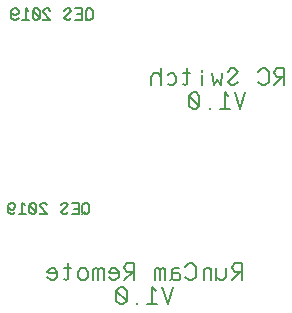
<source format=gbo>
G04 Generated by Ultiboard 14.1 *
%FSLAX24Y24*%
%MOIN*%

%ADD10C,0.0001*%
%ADD11C,0.0080*%


G04 ColorRGB FF14FF for the following layer *
%LNSilkscreen Bottom*%
%LPD*%
G54D10*
G54D11*
X9547Y16871D02*
X9547Y17443D01*
X9320Y17443D01*
X9206Y17329D01*
X9206Y17271D01*
X9320Y17157D01*
X9547Y17157D01*
X9490Y17157D02*
X9206Y16871D01*
X8694Y16986D02*
X8808Y16871D01*
X8921Y16871D01*
X9035Y16986D01*
X9035Y17329D01*
X8921Y17443D01*
X8808Y17443D01*
X8694Y17329D01*
X8011Y16986D02*
X7897Y16871D01*
X7784Y16871D01*
X7670Y16986D01*
X8011Y17329D01*
X7897Y17443D01*
X7784Y17443D01*
X7670Y17329D01*
X7499Y17271D02*
X7442Y16871D01*
X7328Y17043D01*
X7215Y16871D01*
X7158Y17271D01*
X6816Y16871D02*
X6816Y17214D01*
X6816Y17329D02*
X6816Y17386D01*
X6191Y16929D02*
X6248Y16871D01*
X6304Y16929D01*
X6304Y17443D01*
X6418Y17271D02*
X6191Y17271D01*
X5679Y16929D02*
X5736Y16871D01*
X5849Y16871D01*
X5963Y16986D01*
X5963Y17157D01*
X5849Y17271D01*
X5736Y17271D01*
X5679Y17214D01*
X5451Y17157D02*
X5337Y17271D01*
X5224Y17271D01*
X5110Y17157D01*
X5110Y16871D01*
X5451Y17443D02*
X5451Y16871D01*
X8267Y16643D02*
X8096Y16071D01*
X7926Y16643D01*
X7698Y16529D02*
X7584Y16643D01*
X7584Y16071D01*
X7755Y16071D02*
X7414Y16071D01*
X7072Y16071D02*
X7072Y16129D01*
X6731Y16529D02*
X6617Y16643D01*
X6504Y16643D01*
X6390Y16529D01*
X6390Y16186D01*
X6504Y16071D01*
X6617Y16071D01*
X6731Y16186D01*
X6731Y16529D01*
X6390Y16529D02*
X6731Y16186D01*
X3172Y19121D02*
X3093Y19043D01*
X3015Y19043D01*
X2937Y19121D01*
X2937Y19357D01*
X3015Y19436D01*
X3093Y19436D01*
X3172Y19357D01*
X3172Y19121D01*
X3015Y19121D02*
X2937Y19043D01*
X2584Y19043D02*
X2819Y19043D01*
X2819Y19239D01*
X2819Y19436D01*
X2584Y19436D01*
X2819Y19239D02*
X2662Y19239D01*
X2466Y19121D02*
X2388Y19043D01*
X2310Y19043D01*
X2231Y19121D01*
X2466Y19357D01*
X2388Y19436D01*
X2310Y19436D01*
X2231Y19357D01*
X1761Y19357D02*
X1682Y19436D01*
X1604Y19436D01*
X1526Y19357D01*
X1526Y19318D01*
X1761Y19043D01*
X1526Y19043D01*
X1526Y19082D01*
X1408Y19357D02*
X1330Y19436D01*
X1251Y19436D01*
X1173Y19357D01*
X1173Y19121D01*
X1251Y19043D01*
X1330Y19043D01*
X1408Y19121D01*
X1408Y19357D01*
X1173Y19357D02*
X1408Y19121D01*
X1016Y19357D02*
X938Y19436D01*
X938Y19043D01*
X1055Y19043D02*
X820Y19043D01*
X703Y19121D02*
X624Y19043D01*
X546Y19043D01*
X467Y19121D01*
X467Y19279D01*
X467Y19357D01*
X546Y19436D01*
X624Y19436D01*
X703Y19357D01*
X703Y19279D01*
X624Y19200D01*
X546Y19200D01*
X467Y19279D01*
X8143Y10371D02*
X8143Y10943D01*
X7916Y10943D01*
X7802Y10829D01*
X7802Y10771D01*
X7916Y10657D01*
X8143Y10657D01*
X8086Y10657D02*
X7802Y10371D01*
X7631Y10771D02*
X7631Y10486D01*
X7517Y10371D01*
X7404Y10371D01*
X7290Y10486D01*
X7290Y10771D01*
X7290Y10486D02*
X7290Y10371D01*
X7119Y10371D02*
X7119Y10714D01*
X7119Y10771D01*
X7119Y10714D02*
X7062Y10771D01*
X6948Y10771D01*
X6892Y10714D01*
X6892Y10371D01*
X6266Y10486D02*
X6380Y10371D01*
X6493Y10371D01*
X6607Y10486D01*
X6607Y10829D01*
X6493Y10943D01*
X6380Y10943D01*
X6266Y10829D01*
X6038Y10771D02*
X5868Y10771D01*
X5811Y10714D01*
X5811Y10429D01*
X5868Y10371D01*
X6038Y10371D01*
X6095Y10429D01*
X6095Y10543D01*
X6038Y10600D01*
X5811Y10600D01*
X5811Y10429D02*
X5754Y10371D01*
X5583Y10371D02*
X5583Y10714D01*
X5583Y10771D01*
X5583Y10714D02*
X5526Y10771D01*
X5469Y10771D01*
X5412Y10714D01*
X5356Y10771D01*
X5299Y10771D01*
X5242Y10714D01*
X5242Y10371D01*
X5412Y10714D02*
X5412Y10371D01*
X4559Y10371D02*
X4559Y10943D01*
X4332Y10943D01*
X4218Y10829D01*
X4218Y10771D01*
X4332Y10657D01*
X4559Y10657D01*
X4502Y10657D02*
X4218Y10371D01*
X3706Y10486D02*
X3820Y10371D01*
X3933Y10371D01*
X4047Y10486D01*
X4047Y10657D01*
X3933Y10771D01*
X3820Y10771D01*
X3706Y10657D01*
X3763Y10600D01*
X4047Y10600D01*
X3535Y10371D02*
X3535Y10714D01*
X3535Y10771D01*
X3535Y10714D02*
X3478Y10771D01*
X3421Y10771D01*
X3364Y10714D01*
X3308Y10771D01*
X3251Y10771D01*
X3194Y10714D01*
X3194Y10371D01*
X3364Y10714D02*
X3364Y10371D01*
X3023Y10486D02*
X2909Y10371D01*
X2796Y10371D01*
X2682Y10486D01*
X2682Y10657D01*
X2796Y10771D01*
X2909Y10771D01*
X3023Y10657D01*
X3023Y10486D01*
X2227Y10429D02*
X2284Y10371D01*
X2340Y10429D01*
X2340Y10943D01*
X2454Y10771D02*
X2227Y10771D01*
X1658Y10486D02*
X1772Y10371D01*
X1885Y10371D01*
X1999Y10486D01*
X1999Y10657D01*
X1885Y10771D01*
X1772Y10771D01*
X1658Y10657D01*
X1715Y10600D01*
X1999Y10600D01*
X5839Y10143D02*
X5668Y9571D01*
X5498Y10143D01*
X5270Y10029D02*
X5156Y10143D01*
X5156Y9571D01*
X5327Y9571D02*
X4986Y9571D01*
X4644Y9571D02*
X4644Y9629D01*
X4303Y10029D02*
X4189Y10143D01*
X4076Y10143D01*
X3962Y10029D01*
X3962Y9686D01*
X4076Y9571D01*
X4189Y9571D01*
X4303Y9686D01*
X4303Y10029D01*
X3962Y10029D02*
X4303Y9686D01*
X3061Y12646D02*
X2982Y12567D01*
X2904Y12567D01*
X2826Y12646D01*
X2826Y12882D01*
X2904Y12961D01*
X2982Y12961D01*
X3061Y12882D01*
X3061Y12646D01*
X2904Y12646D02*
X2826Y12567D01*
X2473Y12567D02*
X2708Y12567D01*
X2708Y12764D01*
X2708Y12961D01*
X2473Y12961D01*
X2708Y12764D02*
X2551Y12764D01*
X2355Y12646D02*
X2277Y12567D01*
X2199Y12567D01*
X2120Y12646D01*
X2355Y12882D01*
X2277Y12961D01*
X2199Y12961D01*
X2120Y12882D01*
X1650Y12882D02*
X1571Y12961D01*
X1493Y12961D01*
X1415Y12882D01*
X1415Y12843D01*
X1650Y12567D01*
X1415Y12567D01*
X1415Y12606D01*
X1297Y12882D02*
X1219Y12961D01*
X1140Y12961D01*
X1062Y12882D01*
X1062Y12646D01*
X1140Y12567D01*
X1219Y12567D01*
X1297Y12646D01*
X1297Y12882D01*
X1062Y12882D02*
X1297Y12646D01*
X905Y12882D02*
X827Y12961D01*
X827Y12567D01*
X944Y12567D02*
X709Y12567D01*
X592Y12646D02*
X513Y12567D01*
X435Y12567D01*
X356Y12646D01*
X356Y12803D01*
X356Y12882D01*
X435Y12961D01*
X513Y12961D01*
X592Y12882D01*
X592Y12803D01*
X513Y12724D01*
X435Y12724D01*
X356Y12803D01*

M02*

</source>
